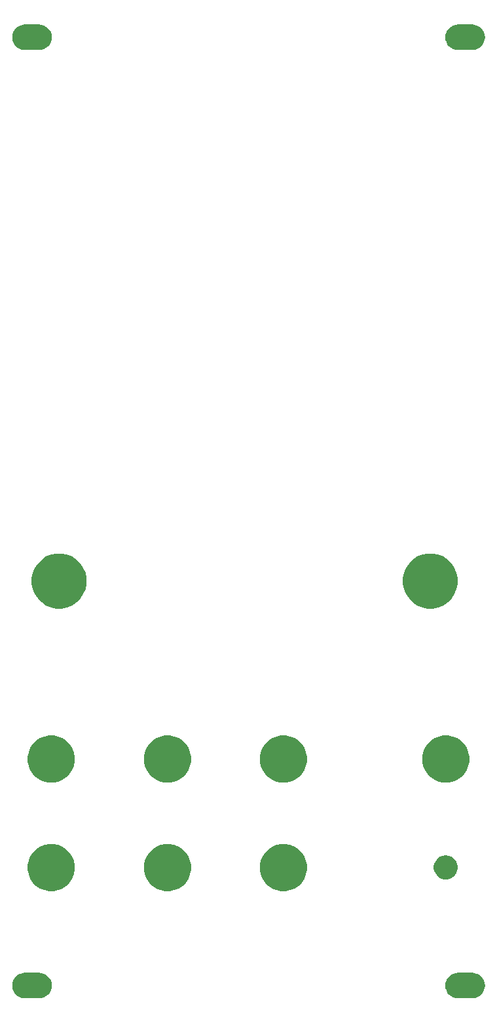
<source format=gbr>
G04 #@! TF.GenerationSoftware,KiCad,Pcbnew,(5.1.4)-1*
G04 #@! TF.CreationDate,2019-09-13T09:02:02+01:00*
G04 #@! TF.ProjectId,oscar_panel,6f736361-725f-4706-916e-656c2e6b6963,rev?*
G04 #@! TF.SameCoordinates,Original*
G04 #@! TF.FileFunction,Soldermask,Bot*
G04 #@! TF.FilePolarity,Negative*
%FSLAX46Y46*%
G04 Gerber Fmt 4.6, Leading zero omitted, Abs format (unit mm)*
G04 Created by KiCad (PCBNEW (5.1.4)-1) date 2019-09-13 09:02:02*
%MOMM*%
%LPD*%
G04 APERTURE LIST*
%ADD10C,0.100000*%
G04 APERTURE END LIST*
D10*
G36*
X133723651Y-164622888D02*
G01*
X134034870Y-164717296D01*
X134321680Y-164870599D01*
X134321683Y-164870601D01*
X134321684Y-164870602D01*
X134573082Y-165076918D01*
X134779398Y-165328316D01*
X134779401Y-165328320D01*
X134932704Y-165615130D01*
X135027112Y-165926349D01*
X135058988Y-166250000D01*
X135027112Y-166573651D01*
X134932704Y-166884870D01*
X134779401Y-167171680D01*
X134779399Y-167171683D01*
X134779398Y-167171684D01*
X134573082Y-167423082D01*
X134321684Y-167629398D01*
X134321680Y-167629401D01*
X134034870Y-167782704D01*
X133723651Y-167877112D01*
X133481107Y-167901000D01*
X131518893Y-167901000D01*
X131276349Y-167877112D01*
X130965130Y-167782704D01*
X130678320Y-167629401D01*
X130678316Y-167629398D01*
X130426918Y-167423082D01*
X130220602Y-167171684D01*
X130220601Y-167171683D01*
X130220599Y-167171680D01*
X130067296Y-166884870D01*
X129972888Y-166573651D01*
X129941012Y-166250000D01*
X129972888Y-165926349D01*
X130067296Y-165615130D01*
X130220599Y-165328320D01*
X130220602Y-165328316D01*
X130426918Y-165076918D01*
X130678316Y-164870602D01*
X130678317Y-164870601D01*
X130678320Y-164870599D01*
X130965130Y-164717296D01*
X131276349Y-164622888D01*
X131518893Y-164599000D01*
X133481107Y-164599000D01*
X133723651Y-164622888D01*
X133723651Y-164622888D01*
G37*
G36*
X189723651Y-164622888D02*
G01*
X190034870Y-164717296D01*
X190321680Y-164870599D01*
X190321683Y-164870601D01*
X190321684Y-164870602D01*
X190573082Y-165076918D01*
X190779398Y-165328316D01*
X190779401Y-165328320D01*
X190932704Y-165615130D01*
X191027112Y-165926349D01*
X191058988Y-166250000D01*
X191027112Y-166573651D01*
X190932704Y-166884870D01*
X190779401Y-167171680D01*
X190779399Y-167171683D01*
X190779398Y-167171684D01*
X190573082Y-167423082D01*
X190321684Y-167629398D01*
X190321680Y-167629401D01*
X190034870Y-167782704D01*
X189723651Y-167877112D01*
X189481107Y-167901000D01*
X187518893Y-167901000D01*
X187276349Y-167877112D01*
X186965130Y-167782704D01*
X186678320Y-167629401D01*
X186678316Y-167629398D01*
X186426918Y-167423082D01*
X186220602Y-167171684D01*
X186220601Y-167171683D01*
X186220599Y-167171680D01*
X186067296Y-166884870D01*
X185972888Y-166573651D01*
X185941012Y-166250000D01*
X185972888Y-165926349D01*
X186067296Y-165615130D01*
X186220599Y-165328320D01*
X186220602Y-165328316D01*
X186426918Y-165076918D01*
X186678316Y-164870602D01*
X186678317Y-164870601D01*
X186678320Y-164870599D01*
X186965130Y-164717296D01*
X187276349Y-164622888D01*
X187518893Y-164599000D01*
X189481107Y-164599000D01*
X189723651Y-164622888D01*
X189723651Y-164622888D01*
G37*
G36*
X165889943Y-148066248D02*
G01*
X166445189Y-148296238D01*
X166445190Y-148296239D01*
X166944899Y-148630134D01*
X167369866Y-149055101D01*
X167369867Y-149055103D01*
X167703762Y-149554811D01*
X167933752Y-150110057D01*
X168051000Y-150699501D01*
X168051000Y-151300499D01*
X167933752Y-151889943D01*
X167703762Y-152445189D01*
X167703761Y-152445190D01*
X167369866Y-152944899D01*
X166944899Y-153369866D01*
X166693347Y-153537948D01*
X166445189Y-153703762D01*
X165889943Y-153933752D01*
X165300499Y-154051000D01*
X164699501Y-154051000D01*
X164110057Y-153933752D01*
X163554811Y-153703762D01*
X163306653Y-153537948D01*
X163055101Y-153369866D01*
X162630134Y-152944899D01*
X162296239Y-152445190D01*
X162296238Y-152445189D01*
X162066248Y-151889943D01*
X161949000Y-151300499D01*
X161949000Y-150699501D01*
X162066248Y-150110057D01*
X162296238Y-149554811D01*
X162630133Y-149055103D01*
X162630134Y-149055101D01*
X163055101Y-148630134D01*
X163554810Y-148296239D01*
X163554811Y-148296238D01*
X164110057Y-148066248D01*
X164699501Y-147949000D01*
X165300499Y-147949000D01*
X165889943Y-148066248D01*
X165889943Y-148066248D01*
G37*
G36*
X150889943Y-148066248D02*
G01*
X151445189Y-148296238D01*
X151445190Y-148296239D01*
X151944899Y-148630134D01*
X152369866Y-149055101D01*
X152369867Y-149055103D01*
X152703762Y-149554811D01*
X152933752Y-150110057D01*
X153051000Y-150699501D01*
X153051000Y-151300499D01*
X152933752Y-151889943D01*
X152703762Y-152445189D01*
X152703761Y-152445190D01*
X152369866Y-152944899D01*
X151944899Y-153369866D01*
X151693347Y-153537948D01*
X151445189Y-153703762D01*
X150889943Y-153933752D01*
X150300499Y-154051000D01*
X149699501Y-154051000D01*
X149110057Y-153933752D01*
X148554811Y-153703762D01*
X148306653Y-153537948D01*
X148055101Y-153369866D01*
X147630134Y-152944899D01*
X147296239Y-152445190D01*
X147296238Y-152445189D01*
X147066248Y-151889943D01*
X146949000Y-151300499D01*
X146949000Y-150699501D01*
X147066248Y-150110057D01*
X147296238Y-149554811D01*
X147630133Y-149055103D01*
X147630134Y-149055101D01*
X148055101Y-148630134D01*
X148554810Y-148296239D01*
X148554811Y-148296238D01*
X149110057Y-148066248D01*
X149699501Y-147949000D01*
X150300499Y-147949000D01*
X150889943Y-148066248D01*
X150889943Y-148066248D01*
G37*
G36*
X135889943Y-148066248D02*
G01*
X136445189Y-148296238D01*
X136445190Y-148296239D01*
X136944899Y-148630134D01*
X137369866Y-149055101D01*
X137369867Y-149055103D01*
X137703762Y-149554811D01*
X137933752Y-150110057D01*
X138051000Y-150699501D01*
X138051000Y-151300499D01*
X137933752Y-151889943D01*
X137703762Y-152445189D01*
X137703761Y-152445190D01*
X137369866Y-152944899D01*
X136944899Y-153369866D01*
X136693347Y-153537948D01*
X136445189Y-153703762D01*
X135889943Y-153933752D01*
X135300499Y-154051000D01*
X134699501Y-154051000D01*
X134110057Y-153933752D01*
X133554811Y-153703762D01*
X133306653Y-153537948D01*
X133055101Y-153369866D01*
X132630134Y-152944899D01*
X132296239Y-152445190D01*
X132296238Y-152445189D01*
X132066248Y-151889943D01*
X131949000Y-151300499D01*
X131949000Y-150699501D01*
X132066248Y-150110057D01*
X132296238Y-149554811D01*
X132630133Y-149055103D01*
X132630134Y-149055101D01*
X133055101Y-148630134D01*
X133554810Y-148296239D01*
X133554811Y-148296238D01*
X134110057Y-148066248D01*
X134699501Y-147949000D01*
X135300499Y-147949000D01*
X135889943Y-148066248D01*
X135889943Y-148066248D01*
G37*
G36*
X186302585Y-149478802D02*
G01*
X186452410Y-149508604D01*
X186734674Y-149625521D01*
X186988705Y-149795259D01*
X187204741Y-150011295D01*
X187374479Y-150265326D01*
X187491396Y-150547590D01*
X187551000Y-150847240D01*
X187551000Y-151152760D01*
X187491396Y-151452410D01*
X187374479Y-151734674D01*
X187204741Y-151988705D01*
X186988705Y-152204741D01*
X186734674Y-152374479D01*
X186452410Y-152491396D01*
X186302585Y-152521198D01*
X186152761Y-152551000D01*
X185847239Y-152551000D01*
X185697415Y-152521198D01*
X185547590Y-152491396D01*
X185265326Y-152374479D01*
X185011295Y-152204741D01*
X184795259Y-151988705D01*
X184625521Y-151734674D01*
X184508604Y-151452410D01*
X184449000Y-151152760D01*
X184449000Y-150847240D01*
X184508604Y-150547590D01*
X184625521Y-150265326D01*
X184795259Y-150011295D01*
X185011295Y-149795259D01*
X185265326Y-149625521D01*
X185547590Y-149508604D01*
X185697415Y-149478802D01*
X185847239Y-149449000D01*
X186152761Y-149449000D01*
X186302585Y-149478802D01*
X186302585Y-149478802D01*
G37*
G36*
X135889943Y-134066248D02*
G01*
X136445189Y-134296238D01*
X136445190Y-134296239D01*
X136944899Y-134630134D01*
X137369866Y-135055101D01*
X137369867Y-135055103D01*
X137703762Y-135554811D01*
X137933752Y-136110057D01*
X138051000Y-136699501D01*
X138051000Y-137300499D01*
X137933752Y-137889943D01*
X137703762Y-138445189D01*
X137703761Y-138445190D01*
X137369866Y-138944899D01*
X136944899Y-139369866D01*
X136693347Y-139537948D01*
X136445189Y-139703762D01*
X135889943Y-139933752D01*
X135300499Y-140051000D01*
X134699501Y-140051000D01*
X134110057Y-139933752D01*
X133554811Y-139703762D01*
X133306653Y-139537948D01*
X133055101Y-139369866D01*
X132630134Y-138944899D01*
X132296239Y-138445190D01*
X132296238Y-138445189D01*
X132066248Y-137889943D01*
X131949000Y-137300499D01*
X131949000Y-136699501D01*
X132066248Y-136110057D01*
X132296238Y-135554811D01*
X132630133Y-135055103D01*
X132630134Y-135055101D01*
X133055101Y-134630134D01*
X133554810Y-134296239D01*
X133554811Y-134296238D01*
X134110057Y-134066248D01*
X134699501Y-133949000D01*
X135300499Y-133949000D01*
X135889943Y-134066248D01*
X135889943Y-134066248D01*
G37*
G36*
X150889943Y-134066248D02*
G01*
X151445189Y-134296238D01*
X151445190Y-134296239D01*
X151944899Y-134630134D01*
X152369866Y-135055101D01*
X152369867Y-135055103D01*
X152703762Y-135554811D01*
X152933752Y-136110057D01*
X153051000Y-136699501D01*
X153051000Y-137300499D01*
X152933752Y-137889943D01*
X152703762Y-138445189D01*
X152703761Y-138445190D01*
X152369866Y-138944899D01*
X151944899Y-139369866D01*
X151693347Y-139537948D01*
X151445189Y-139703762D01*
X150889943Y-139933752D01*
X150300499Y-140051000D01*
X149699501Y-140051000D01*
X149110057Y-139933752D01*
X148554811Y-139703762D01*
X148306653Y-139537948D01*
X148055101Y-139369866D01*
X147630134Y-138944899D01*
X147296239Y-138445190D01*
X147296238Y-138445189D01*
X147066248Y-137889943D01*
X146949000Y-137300499D01*
X146949000Y-136699501D01*
X147066248Y-136110057D01*
X147296238Y-135554811D01*
X147630133Y-135055103D01*
X147630134Y-135055101D01*
X148055101Y-134630134D01*
X148554810Y-134296239D01*
X148554811Y-134296238D01*
X149110057Y-134066248D01*
X149699501Y-133949000D01*
X150300499Y-133949000D01*
X150889943Y-134066248D01*
X150889943Y-134066248D01*
G37*
G36*
X165889943Y-134066248D02*
G01*
X166445189Y-134296238D01*
X166445190Y-134296239D01*
X166944899Y-134630134D01*
X167369866Y-135055101D01*
X167369867Y-135055103D01*
X167703762Y-135554811D01*
X167933752Y-136110057D01*
X168051000Y-136699501D01*
X168051000Y-137300499D01*
X167933752Y-137889943D01*
X167703762Y-138445189D01*
X167703761Y-138445190D01*
X167369866Y-138944899D01*
X166944899Y-139369866D01*
X166693347Y-139537948D01*
X166445189Y-139703762D01*
X165889943Y-139933752D01*
X165300499Y-140051000D01*
X164699501Y-140051000D01*
X164110057Y-139933752D01*
X163554811Y-139703762D01*
X163306653Y-139537948D01*
X163055101Y-139369866D01*
X162630134Y-138944899D01*
X162296239Y-138445190D01*
X162296238Y-138445189D01*
X162066248Y-137889943D01*
X161949000Y-137300499D01*
X161949000Y-136699501D01*
X162066248Y-136110057D01*
X162296238Y-135554811D01*
X162630133Y-135055103D01*
X162630134Y-135055101D01*
X163055101Y-134630134D01*
X163554810Y-134296239D01*
X163554811Y-134296238D01*
X164110057Y-134066248D01*
X164699501Y-133949000D01*
X165300499Y-133949000D01*
X165889943Y-134066248D01*
X165889943Y-134066248D01*
G37*
G36*
X186889943Y-134066248D02*
G01*
X187445189Y-134296238D01*
X187445190Y-134296239D01*
X187944899Y-134630134D01*
X188369866Y-135055101D01*
X188369867Y-135055103D01*
X188703762Y-135554811D01*
X188933752Y-136110057D01*
X189051000Y-136699501D01*
X189051000Y-137300499D01*
X188933752Y-137889943D01*
X188703762Y-138445189D01*
X188703761Y-138445190D01*
X188369866Y-138944899D01*
X187944899Y-139369866D01*
X187693347Y-139537948D01*
X187445189Y-139703762D01*
X186889943Y-139933752D01*
X186300499Y-140051000D01*
X185699501Y-140051000D01*
X185110057Y-139933752D01*
X184554811Y-139703762D01*
X184306653Y-139537948D01*
X184055101Y-139369866D01*
X183630134Y-138944899D01*
X183296239Y-138445190D01*
X183296238Y-138445189D01*
X183066248Y-137889943D01*
X182949000Y-137300499D01*
X182949000Y-136699501D01*
X183066248Y-136110057D01*
X183296238Y-135554811D01*
X183630133Y-135055103D01*
X183630134Y-135055101D01*
X184055101Y-134630134D01*
X184554810Y-134296239D01*
X184554811Y-134296238D01*
X185110057Y-134066248D01*
X185699501Y-133949000D01*
X186300499Y-133949000D01*
X186889943Y-134066248D01*
X186889943Y-134066248D01*
G37*
G36*
X137035787Y-110585462D02*
G01*
X137035790Y-110585463D01*
X137035789Y-110585463D01*
X137682029Y-110853144D01*
X138263631Y-111241758D01*
X138758242Y-111736369D01*
X139146856Y-112317971D01*
X139146856Y-112317972D01*
X139414538Y-112964213D01*
X139551000Y-113650256D01*
X139551000Y-114349744D01*
X139414538Y-115035787D01*
X139414537Y-115035789D01*
X139146856Y-115682029D01*
X138758242Y-116263631D01*
X138263631Y-116758242D01*
X137682029Y-117146856D01*
X137225068Y-117336135D01*
X137035787Y-117414538D01*
X136349744Y-117551000D01*
X135650256Y-117551000D01*
X134964213Y-117414538D01*
X134774932Y-117336135D01*
X134317971Y-117146856D01*
X133736369Y-116758242D01*
X133241758Y-116263631D01*
X132853144Y-115682029D01*
X132585463Y-115035789D01*
X132585462Y-115035787D01*
X132449000Y-114349744D01*
X132449000Y-113650256D01*
X132585462Y-112964213D01*
X132853144Y-112317972D01*
X132853144Y-112317971D01*
X133241758Y-111736369D01*
X133736369Y-111241758D01*
X134317971Y-110853144D01*
X134964211Y-110585463D01*
X134964210Y-110585463D01*
X134964213Y-110585462D01*
X135650256Y-110449000D01*
X136349744Y-110449000D01*
X137035787Y-110585462D01*
X137035787Y-110585462D01*
G37*
G36*
X185035787Y-110585462D02*
G01*
X185035790Y-110585463D01*
X185035789Y-110585463D01*
X185682029Y-110853144D01*
X186263631Y-111241758D01*
X186758242Y-111736369D01*
X187146856Y-112317971D01*
X187146856Y-112317972D01*
X187414538Y-112964213D01*
X187551000Y-113650256D01*
X187551000Y-114349744D01*
X187414538Y-115035787D01*
X187414537Y-115035789D01*
X187146856Y-115682029D01*
X186758242Y-116263631D01*
X186263631Y-116758242D01*
X185682029Y-117146856D01*
X185225068Y-117336135D01*
X185035787Y-117414538D01*
X184349744Y-117551000D01*
X183650256Y-117551000D01*
X182964213Y-117414538D01*
X182774932Y-117336135D01*
X182317971Y-117146856D01*
X181736369Y-116758242D01*
X181241758Y-116263631D01*
X180853144Y-115682029D01*
X180585463Y-115035789D01*
X180585462Y-115035787D01*
X180449000Y-114349744D01*
X180449000Y-113650256D01*
X180585462Y-112964213D01*
X180853144Y-112317972D01*
X180853144Y-112317971D01*
X181241758Y-111736369D01*
X181736369Y-111241758D01*
X182317971Y-110853144D01*
X182964211Y-110585463D01*
X182964210Y-110585463D01*
X182964213Y-110585462D01*
X183650256Y-110449000D01*
X184349744Y-110449000D01*
X185035787Y-110585462D01*
X185035787Y-110585462D01*
G37*
G36*
X189723651Y-42122888D02*
G01*
X190034870Y-42217296D01*
X190321680Y-42370599D01*
X190321683Y-42370601D01*
X190321684Y-42370602D01*
X190573082Y-42576918D01*
X190779398Y-42828316D01*
X190779401Y-42828320D01*
X190932704Y-43115130D01*
X191027112Y-43426349D01*
X191058988Y-43750000D01*
X191027112Y-44073651D01*
X190932704Y-44384870D01*
X190779401Y-44671680D01*
X190779399Y-44671683D01*
X190779398Y-44671684D01*
X190573082Y-44923082D01*
X190321684Y-45129398D01*
X190321680Y-45129401D01*
X190034870Y-45282704D01*
X189723651Y-45377112D01*
X189481107Y-45401000D01*
X187518893Y-45401000D01*
X187276349Y-45377112D01*
X186965130Y-45282704D01*
X186678320Y-45129401D01*
X186678316Y-45129398D01*
X186426918Y-44923082D01*
X186220602Y-44671684D01*
X186220601Y-44671683D01*
X186220599Y-44671680D01*
X186067296Y-44384870D01*
X185972888Y-44073651D01*
X185941012Y-43750000D01*
X185972888Y-43426349D01*
X186067296Y-43115130D01*
X186220599Y-42828320D01*
X186220602Y-42828316D01*
X186426918Y-42576918D01*
X186678316Y-42370602D01*
X186678317Y-42370601D01*
X186678320Y-42370599D01*
X186965130Y-42217296D01*
X187276349Y-42122888D01*
X187518893Y-42099000D01*
X189481107Y-42099000D01*
X189723651Y-42122888D01*
X189723651Y-42122888D01*
G37*
G36*
X133723651Y-42122888D02*
G01*
X134034870Y-42217296D01*
X134321680Y-42370599D01*
X134321683Y-42370601D01*
X134321684Y-42370602D01*
X134573082Y-42576918D01*
X134779398Y-42828316D01*
X134779401Y-42828320D01*
X134932704Y-43115130D01*
X135027112Y-43426349D01*
X135058988Y-43750000D01*
X135027112Y-44073651D01*
X134932704Y-44384870D01*
X134779401Y-44671680D01*
X134779399Y-44671683D01*
X134779398Y-44671684D01*
X134573082Y-44923082D01*
X134321684Y-45129398D01*
X134321680Y-45129401D01*
X134034870Y-45282704D01*
X133723651Y-45377112D01*
X133481107Y-45401000D01*
X131518893Y-45401000D01*
X131276349Y-45377112D01*
X130965130Y-45282704D01*
X130678320Y-45129401D01*
X130678316Y-45129398D01*
X130426918Y-44923082D01*
X130220602Y-44671684D01*
X130220601Y-44671683D01*
X130220599Y-44671680D01*
X130067296Y-44384870D01*
X129972888Y-44073651D01*
X129941012Y-43750000D01*
X129972888Y-43426349D01*
X130067296Y-43115130D01*
X130220599Y-42828320D01*
X130220602Y-42828316D01*
X130426918Y-42576918D01*
X130678316Y-42370602D01*
X130678317Y-42370601D01*
X130678320Y-42370599D01*
X130965130Y-42217296D01*
X131276349Y-42122888D01*
X131518893Y-42099000D01*
X133481107Y-42099000D01*
X133723651Y-42122888D01*
X133723651Y-42122888D01*
G37*
M02*

</source>
